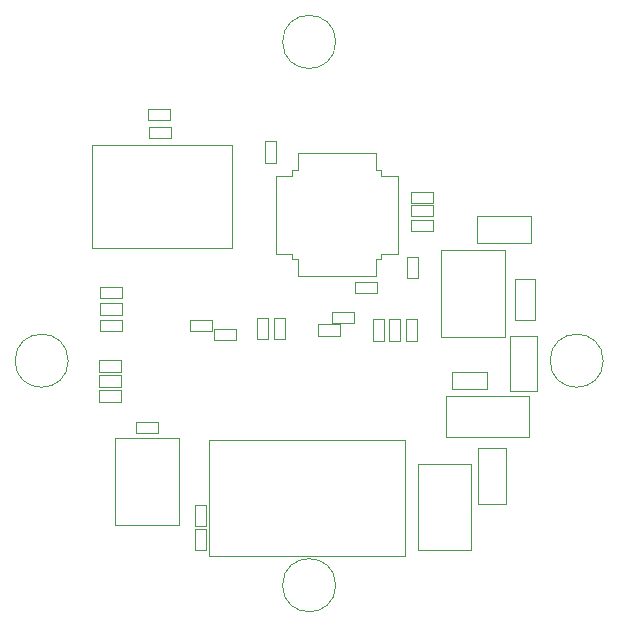
<source format=gbr>
%TF.GenerationSoftware,KiCad,Pcbnew,(5.1.10)-1*%
%TF.CreationDate,2021-10-31T13:05:10-04:00*%
%TF.ProjectId,CAN_Gauge,43414e5f-4761-4756-9765-2e6b69636164,rev?*%
%TF.SameCoordinates,Original*%
%TF.FileFunction,Other,User*%
%FSLAX46Y46*%
G04 Gerber Fmt 4.6, Leading zero omitted, Abs format (unit mm)*
G04 Created by KiCad (PCBNEW (5.1.10)-1) date 2021-10-31 13:05:10*
%MOMM*%
%LPD*%
G01*
G04 APERTURE LIST*
%ADD10C,0.050000*%
G04 APERTURE END LIST*
D10*
%TO.C,L1*%
X152467400Y-95173600D02*
X150767400Y-95173600D01*
X150767400Y-95173600D02*
X150767400Y-91673600D01*
X150767400Y-91673600D02*
X152467400Y-91673600D01*
X152467400Y-91673600D02*
X152467400Y-95173600D01*
%TO.C,C11*%
X152088600Y-86330000D02*
X152088600Y-88630000D01*
X152088600Y-88630000D02*
X147488600Y-88630000D01*
X147488600Y-88630000D02*
X147488600Y-86330000D01*
X147488600Y-86330000D02*
X152088600Y-86330000D01*
%TO.C,D12*%
X152589600Y-96458400D02*
X150289600Y-96458400D01*
X150289600Y-101158400D02*
X150289600Y-96458400D01*
X152589600Y-101158400D02*
X150289600Y-101158400D01*
X152589600Y-96458400D02*
X152589600Y-101158400D01*
%TO.C,U3*%
X149872400Y-96615600D02*
X149872400Y-89215600D01*
X144472400Y-96615600D02*
X149872400Y-96615600D01*
X144472400Y-89215600D02*
X144472400Y-96615600D01*
X149872400Y-89215600D02*
X144472400Y-89215600D01*
%TO.C,C10*%
X148398400Y-101011600D02*
X145438400Y-101011600D01*
X148398400Y-99551600D02*
X148398400Y-101011600D01*
X145438400Y-99551600D02*
X148398400Y-99551600D01*
X145438400Y-101011600D02*
X145438400Y-99551600D01*
%TO.C,U1*%
X130460800Y-82910000D02*
X130460800Y-86210000D01*
X131890800Y-82910000D02*
X130460800Y-82910000D01*
X131890800Y-82460000D02*
X131890800Y-82910000D01*
X132340800Y-82460000D02*
X131890800Y-82460000D01*
X132340800Y-81030000D02*
X132340800Y-82460000D01*
X135640800Y-81030000D02*
X132340800Y-81030000D01*
X140820800Y-82910000D02*
X140820800Y-86210000D01*
X139390800Y-82910000D02*
X140820800Y-82910000D01*
X139390800Y-82460000D02*
X139390800Y-82910000D01*
X138940800Y-82460000D02*
X139390800Y-82460000D01*
X138940800Y-81030000D02*
X138940800Y-82460000D01*
X135640800Y-81030000D02*
X138940800Y-81030000D01*
X130460800Y-89510000D02*
X130460800Y-86210000D01*
X131890800Y-89510000D02*
X130460800Y-89510000D01*
X131890800Y-89960000D02*
X131890800Y-89510000D01*
X132340800Y-89960000D02*
X131890800Y-89960000D01*
X132340800Y-91390000D02*
X132340800Y-89960000D01*
X135640800Y-91390000D02*
X132340800Y-91390000D01*
X140820800Y-89510000D02*
X140820800Y-86210000D01*
X139390800Y-89510000D02*
X140820800Y-89510000D01*
X139390800Y-89960000D02*
X139390800Y-89510000D01*
X138940800Y-89960000D02*
X139390800Y-89960000D01*
X138940800Y-91390000D02*
X138940800Y-89960000D01*
X135640800Y-91390000D02*
X138940800Y-91390000D01*
%TO.C,R22*%
X119724800Y-78780400D02*
X121584800Y-78780400D01*
X119724800Y-79720400D02*
X119724800Y-78780400D01*
X121584800Y-79720400D02*
X119724800Y-79720400D01*
X121584800Y-78780400D02*
X121584800Y-79720400D01*
%TO.C,R6*%
X119674000Y-77256400D02*
X121534000Y-77256400D01*
X119674000Y-78196400D02*
X119674000Y-77256400D01*
X121534000Y-78196400D02*
X119674000Y-78196400D01*
X121534000Y-77256400D02*
X121534000Y-78196400D01*
%TO.C,L2*%
X141947800Y-86679800D02*
X143807800Y-86679800D01*
X141947800Y-87619800D02*
X141947800Y-86679800D01*
X143807800Y-87619800D02*
X141947800Y-87619800D01*
X143807800Y-86679800D02*
X143807800Y-87619800D01*
%TO.C,J2*%
X141442000Y-105318000D02*
X141442000Y-115088000D01*
X124802000Y-105318000D02*
X141442000Y-105318000D01*
X124802000Y-115088000D02*
X124802000Y-105318000D01*
X141442000Y-115088000D02*
X124802000Y-115088000D01*
%TO.C,H4*%
X135554000Y-71592000D02*
G75*
G03*
X135554000Y-71592000I-2250000J0D01*
G01*
%TO.C,J1*%
X114958000Y-80336000D02*
X114958000Y-89036000D01*
X114958000Y-89036000D02*
X126758000Y-89036000D01*
X126758000Y-89036000D02*
X126758000Y-80336000D01*
X126758000Y-80336000D02*
X114958000Y-80336000D01*
%TO.C,H3*%
X158204578Y-98585908D02*
G75*
G03*
X158204578Y-98585908I-2250000J0D01*
G01*
%TO.C,H2*%
X112903422Y-98585908D02*
G75*
G03*
X112903422Y-98585908I-2250000J0D01*
G01*
%TO.C,H1*%
X135554000Y-117592000D02*
G75*
G03*
X135554000Y-117592000I-2250000J0D01*
G01*
%TO.C,D22*%
X146984000Y-107325000D02*
X146984000Y-114625000D01*
X146984000Y-114625000D02*
X142484000Y-114625000D01*
X142484000Y-114625000D02*
X142484000Y-107325000D01*
X142484000Y-107325000D02*
X146984000Y-107325000D01*
%TO.C,C9*%
X147598000Y-110708800D02*
X147598000Y-106008800D01*
X149998000Y-110708800D02*
X147598000Y-110708800D01*
X149998000Y-106008800D02*
X149998000Y-110708800D01*
X147598000Y-106008800D02*
X149998000Y-106008800D01*
%TO.C,R26*%
X138676000Y-95059000D02*
X139616000Y-95059000D01*
X139616000Y-95059000D02*
X139616000Y-96919000D01*
X139616000Y-96919000D02*
X138676000Y-96919000D01*
X138676000Y-96919000D02*
X138676000Y-95059000D01*
%TO.C,R25*%
X135218800Y-95366800D02*
X135218800Y-94426800D01*
X135218800Y-94426800D02*
X137078800Y-94426800D01*
X137078800Y-94426800D02*
X137078800Y-95366800D01*
X137078800Y-95366800D02*
X135218800Y-95366800D01*
%TO.C,R24*%
X135885000Y-95519000D02*
X135885000Y-96459000D01*
X135885000Y-96459000D02*
X134025000Y-96459000D01*
X134025000Y-96459000D02*
X134025000Y-95519000D01*
X134025000Y-95519000D02*
X135885000Y-95519000D01*
%TO.C,C18*%
X125070000Y-95148000D02*
X125070000Y-96068000D01*
X125070000Y-96068000D02*
X123250000Y-96068000D01*
X123250000Y-96068000D02*
X123250000Y-95148000D01*
X123250000Y-95148000D02*
X125070000Y-95148000D01*
%TO.C,C17*%
X141480000Y-95079000D02*
X142400000Y-95079000D01*
X142400000Y-95079000D02*
X142400000Y-96899000D01*
X142400000Y-96899000D02*
X141480000Y-96899000D01*
X141480000Y-96899000D02*
X141480000Y-95079000D01*
%TO.C,C16*%
X127102000Y-95910000D02*
X127102000Y-96830000D01*
X127102000Y-96830000D02*
X125282000Y-96830000D01*
X125282000Y-96830000D02*
X125282000Y-95910000D01*
X125282000Y-95910000D02*
X127102000Y-95910000D01*
%TO.C,C15*%
X140083000Y-95079000D02*
X141003000Y-95079000D01*
X141003000Y-95079000D02*
X141003000Y-96899000D01*
X141003000Y-96899000D02*
X140083000Y-96899000D01*
X140083000Y-96899000D02*
X140083000Y-95079000D01*
%TO.C,C14*%
X128907000Y-94952000D02*
X129827000Y-94952000D01*
X129827000Y-94952000D02*
X129827000Y-96772000D01*
X129827000Y-96772000D02*
X128907000Y-96772000D01*
X128907000Y-96772000D02*
X128907000Y-94952000D01*
%TO.C,C13*%
X130304000Y-94952000D02*
X131224000Y-94952000D01*
X131224000Y-94952000D02*
X131224000Y-96772000D01*
X131224000Y-96772000D02*
X130304000Y-96772000D01*
X130304000Y-96772000D02*
X130304000Y-94952000D01*
%TO.C,C8*%
X123636500Y-114615500D02*
X123636500Y-112795500D01*
X124556500Y-114615500D02*
X123636500Y-114615500D01*
X124556500Y-112795500D02*
X124556500Y-114615500D01*
X123636500Y-112795500D02*
X124556500Y-112795500D01*
%TO.C,C7*%
X123636500Y-112583500D02*
X123636500Y-110763500D01*
X124556500Y-112583500D02*
X123636500Y-112583500D01*
X124556500Y-110763500D02*
X124556500Y-112583500D01*
X123636500Y-110763500D02*
X124556500Y-110763500D01*
%TO.C,C5*%
X120498000Y-104704000D02*
X118678000Y-104704000D01*
X120498000Y-103784000D02*
X120498000Y-104704000D01*
X118678000Y-103784000D02*
X120498000Y-103784000D01*
X118678000Y-104704000D02*
X118678000Y-103784000D01*
%TO.C,C4*%
X143789800Y-85196800D02*
X141969800Y-85196800D01*
X143789800Y-84276800D02*
X143789800Y-85196800D01*
X141969800Y-84276800D02*
X143789800Y-84276800D01*
X141969800Y-85196800D02*
X141969800Y-84276800D01*
%TO.C,C3*%
X143789800Y-86339800D02*
X141969800Y-86339800D01*
X143789800Y-85419800D02*
X143789800Y-86339800D01*
X141969800Y-85419800D02*
X143789800Y-85419800D01*
X141969800Y-86339800D02*
X141969800Y-85419800D01*
%TO.C,C2*%
X141581600Y-91590400D02*
X141581600Y-89770400D01*
X142501600Y-91590400D02*
X141581600Y-91590400D01*
X142501600Y-89770400D02*
X142501600Y-91590400D01*
X141581600Y-89770400D02*
X142501600Y-89770400D01*
%TO.C,C1*%
X130512800Y-79988800D02*
X130512800Y-81808800D01*
X129592800Y-79988800D02*
X130512800Y-79988800D01*
X129592800Y-81808800D02*
X129592800Y-79988800D01*
X130512800Y-81808800D02*
X129592800Y-81808800D01*
%TO.C,R15*%
X115483000Y-101107000D02*
X117343000Y-101107000D01*
X115483000Y-102047000D02*
X115483000Y-101107000D01*
X117343000Y-102047000D02*
X115483000Y-102047000D01*
X117343000Y-101107000D02*
X117343000Y-102047000D01*
%TO.C,R14*%
X115483000Y-99837000D02*
X117343000Y-99837000D01*
X115483000Y-100777000D02*
X115483000Y-99837000D01*
X117343000Y-100777000D02*
X115483000Y-100777000D01*
X117343000Y-99837000D02*
X117343000Y-100777000D01*
%TO.C,R13*%
X115610000Y-95138000D02*
X117470000Y-95138000D01*
X115610000Y-96078000D02*
X115610000Y-95138000D01*
X117470000Y-96078000D02*
X115610000Y-96078000D01*
X117470000Y-95138000D02*
X117470000Y-96078000D01*
%TO.C,R12*%
X117470000Y-94681000D02*
X115610000Y-94681000D01*
X117470000Y-93741000D02*
X117470000Y-94681000D01*
X115610000Y-93741000D02*
X117470000Y-93741000D01*
X115610000Y-94681000D02*
X115610000Y-93741000D01*
%TO.C,R11*%
X115610000Y-92344000D02*
X117470000Y-92344000D01*
X115610000Y-93284000D02*
X115610000Y-92344000D01*
X117470000Y-93284000D02*
X115610000Y-93284000D01*
X117470000Y-92344000D02*
X117470000Y-93284000D01*
%TO.C,R10*%
X115483000Y-98567000D02*
X117343000Y-98567000D01*
X115483000Y-99507000D02*
X115483000Y-98567000D01*
X117343000Y-99507000D02*
X115483000Y-99507000D01*
X117343000Y-98567000D02*
X117343000Y-99507000D01*
%TO.C,R1*%
X139034600Y-92877600D02*
X137174600Y-92877600D01*
X139034600Y-91937600D02*
X139034600Y-92877600D01*
X137174600Y-91937600D02*
X139034600Y-91937600D01*
X137174600Y-92877600D02*
X137174600Y-91937600D01*
%TO.C,D21*%
X144891600Y-105079600D02*
X144891600Y-101579600D01*
X151891600Y-105079600D02*
X144891600Y-105079600D01*
X151891600Y-101579600D02*
X151891600Y-105079600D01*
X144891600Y-101579600D02*
X151891600Y-101579600D01*
%TO.C,U2*%
X122288000Y-105116000D02*
X116888000Y-105116000D01*
X116888000Y-105116000D02*
X116888000Y-112516000D01*
X116888000Y-112516000D02*
X122288000Y-112516000D01*
X122288000Y-112516000D02*
X122288000Y-105116000D01*
%TD*%
M02*

</source>
